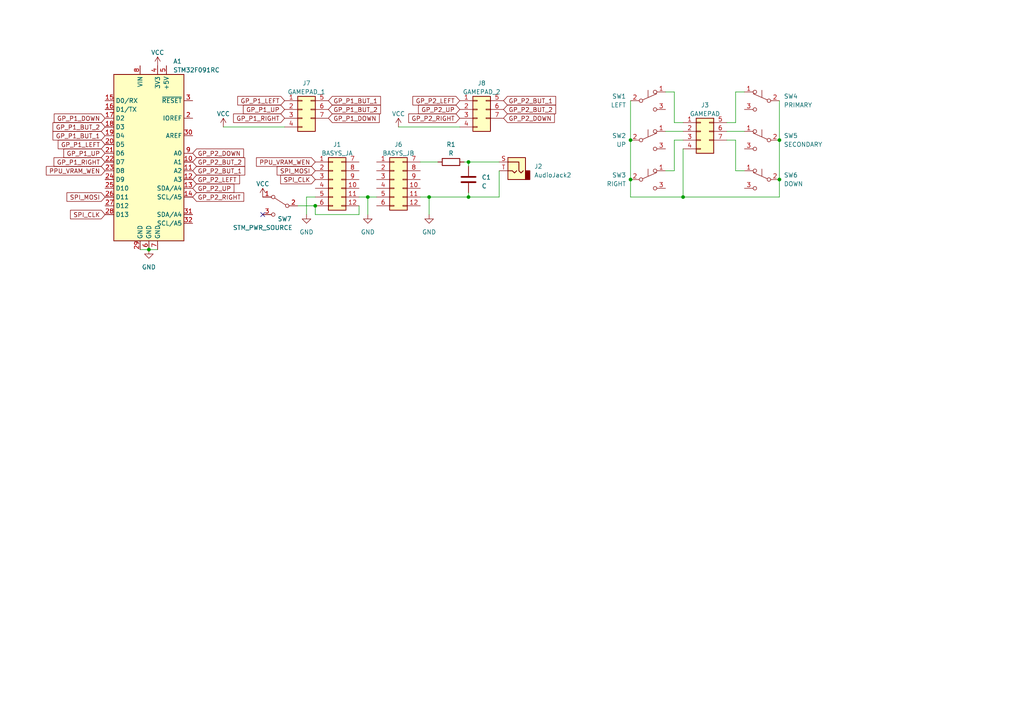
<source format=kicad_sch>
(kicad_sch (version 20230121) (generator eeschema)
  (paper "A4")
  (lib_symbols
    (symbol "Connector_Audio:AudioJack2"
      (property "Reference" "J" (at 0 8.89 0))
      (property "Value" "AudioJack2" (at 0 6.35 0))
      (symbol "AudioJack2_0_1"
        (rectangle (start -3.81 0) (end -2.54 -2.54) (stroke (width 0.254)) (fill (type outline)))
        (rectangle (start -2.54 3.81) (end 2.54 -2.54) (stroke (width 0.254)) (fill (type background)))
        (polyline (pts (xy 0 0) (xy 0.635 -0.635) (xy 1.27 0) (xy 2.54 0)) (stroke (width 0.254)))
        (polyline (pts (xy 2.54 2.54) (xy -0.635 2.54) (xy -0.635 0) (xy -1.27 -0.635) (xy -1.905 0)) (stroke (width 0.254)))
      )
      (symbol "AudioJack2_1_1"
        (pin passive line (at 5.08 2.54 180) (length 2.54) (name "~") (number "S"))
        (pin passive line (at 5.08 0 180) (length 2.54) (name "~") (number "T"))
      )
    )
    (symbol "Connector_Generic:Conn_02x04_Top_Bottom" (pin_names (offset 1.016) hide)
      (property "Reference" "J7" (at 1.27 7.62 0))
      (property "Value" "Conn_02x04_Top_Bottom" (at 1.27 5.08 0))
      (symbol "Conn_02x04_Top_Bottom_1_1"
        (rectangle (start -1.27 -4.953) (end 0 -5.207) (stroke (width 0.1524)))
        (rectangle (start -1.27 -2.413) (end 0 -2.667) (stroke (width 0.1524)))
        (rectangle (start -1.27 0.127) (end 0 -0.127) (stroke (width 0.1524)))
        (rectangle (start -1.27 2.667) (end 0 2.413) (stroke (width 0.1524)))
        (rectangle (start -1.27 3.81) (end 3.81 -6.35) (stroke (width 0.254)) (fill (type background)))
        (rectangle (start 3.81 -2.413) (end 2.54 -2.667) (stroke (width 0.1524)))
        (rectangle (start 3.81 0.127) (end 2.54 -0.127) (stroke (width 0.1524)))
        (rectangle (start 3.81 2.667) (end 2.54 2.413) (stroke (width 0.1524)))
        (pin output line (at -5.08 2.54 0) (length 3.81) (name "UP") (number "1"))
        (pin output line (at -5.08 0 0) (length 3.81) (name "DOWN") (number "2"))
        (pin output line (at -5.08 -2.54 0) (length 3.81) (name "LEFT") (number "3"))
        (pin input line (at -5.08 -5.08 0) (length 3.81) (name "VCC") (number "4"))
        (pin output line (at 7.62 2.54 180) (length 3.81) (name "RIGHT") (number "5"))
        (pin output line (at 7.62 0 180) (length 3.81) (name "PRIMARY") (number "6"))
        (pin output line (at 7.62 -2.54 180) (length 3.81) (name "SECONDARY") (number "7"))
      )
    )
    (symbol "Connector_Generic:Conn_02x06_Top_Bottom" (pin_names (offset 1.016) hide)
      (property "Reference" "J" (at 1.27 7.62 0))
      (property "Value" "Conn_02x06_Top_Bottom" (at 1.27 -10.16 0))
      (symbol "Conn_02x06_Top_Bottom_1_1"
        (rectangle (start -1.27 -7.493) (end 0 -7.747) (stroke (width 0.1524)))
        (rectangle (start -1.27 -4.953) (end 0 -5.207) (stroke (width 0.1524)))
        (rectangle (start -1.27 -2.413) (end 0 -2.667) (stroke (width 0.1524)))
        (rectangle (start -1.27 0.127) (end 0 -0.127) (stroke (width 0.1524)))
        (rectangle (start -1.27 2.667) (end 0 2.413) (stroke (width 0.1524)))
        (rectangle (start -1.27 5.207) (end 0 4.953) (stroke (width 0.1524)))
        (rectangle (start -1.27 6.35) (end 3.81 -8.89) (stroke (width 0.254)) (fill (type background)))
        (rectangle (start 3.81 -7.493) (end 2.54 -7.747) (stroke (width 0.1524)))
        (rectangle (start 3.81 -4.953) (end 2.54 -5.207) (stroke (width 0.1524)))
        (rectangle (start 3.81 -2.413) (end 2.54 -2.667) (stroke (width 0.1524)))
        (rectangle (start 3.81 0.127) (end 2.54 -0.127) (stroke (width 0.1524)))
        (rectangle (start 3.81 2.667) (end 2.54 2.413) (stroke (width 0.1524)))
        (rectangle (start 3.81 5.207) (end 2.54 4.953) (stroke (width 0.1524)))
        (pin passive line (at -5.08 5.08 0) (length 3.81) (name "Pin_1") (number "1"))
        (pin passive line (at 7.62 -2.54 180) (length 3.81) (name "Pin_10") (number "10"))
        (pin passive line (at 7.62 -5.08 180) (length 3.81) (name "Pin_11") (number "11"))
        (pin passive line (at 7.62 -7.62 180) (length 3.81) (name "Pin_12") (number "12"))
        (pin passive line (at -5.08 2.54 0) (length 3.81) (name "Pin_2") (number "2"))
        (pin passive line (at -5.08 0 0) (length 3.81) (name "Pin_3") (number "3"))
        (pin passive line (at -5.08 -2.54 0) (length 3.81) (name "Pin_4") (number "4"))
        (pin passive line (at -5.08 -5.08 0) (length 3.81) (name "Pin_5") (number "5"))
        (pin passive line (at -5.08 -7.62 0) (length 3.81) (name "Pin_6") (number "6"))
        (pin passive line (at 7.62 5.08 180) (length 3.81) (name "Pin_7") (number "7"))
        (pin passive line (at 7.62 2.54 180) (length 3.81) (name "Pin_8") (number "8"))
        (pin passive line (at 7.62 0 180) (length 3.81) (name "Pin_9") (number "9"))
      )
    )
    (symbol "Device:C" (pin_numbers hide) (pin_names (offset 0.254))
      (property "Reference" "C" (at 0.635 2.54 0))
      (property "Value" "C" (at 0.635 -2.54 0))
      (symbol "C_0_1"
        (polyline (pts (xy -2.032 -0.762) (xy 2.032 -0.762)) (stroke (width 0.508)))
        (polyline (pts (xy -2.032 0.762) (xy 2.032 0.762)) (stroke (width 0.508)))
      )
      (symbol "C_1_1"
        (pin passive line (at 0 3.81 270) (length 2.794) (name "~") (number "1"))
        (pin passive line (at 0 -3.81 90) (length 2.794) (name "~") (number "2"))
      )
    )
    (symbol "Device:R" (pin_numbers hide) (pin_names (offset 0))
      (property "Reference" "R" (at 2.032 0 90))
      (property "Value" "R" (at 0 0 90))
      (symbol "R_0_1"
        (rectangle (start -1.016 -2.54) (end 1.016 2.54) (stroke (width 0.254)))
      )
      (symbol "R_1_1"
        (pin passive line (at 0 3.81 270) (length 1.27) (name "~") (number "1"))
        (pin passive line (at 0 -3.81 90) (length 1.27) (name "~") (number "2"))
      )
    )
    (symbol "MCU_Module:Arduino_UNO_R3"
      (property "Reference" "A" (at -10.16 23.495 0))
      (property "Value" "Arduino_UNO_R3" (at 5.08 -26.67 0))
      (symbol "Arduino_UNO_R3_0_1"
        (rectangle (start -10.16 22.86) (end 10.16 -25.4) (stroke (width 0.254)) (fill (type background)))
      )
      (symbol "Arduino_UNO_R3_1_1"
        (pin no_connect line (at -10.16 -20.32 0) (length 2.54) hide (name "NC") (number "1"))
        (pin bidirectional line (at 12.7 -2.54 180) (length 2.54) (name "A1") (number "10"))
        (pin bidirectional line (at 12.7 -5.08 180) (length 2.54) (name "A2") (number "11"))
        (pin bidirectional line (at 12.7 -7.62 180) (length 2.54) (name "A3") (number "12"))
        (pin bidirectional line (at 12.7 -10.16 180) (length 2.54) (name "SDA/A4") (number "13"))
        (pin bidirectional line (at 12.7 -12.7 180) (length 2.54) (name "SCL/A5") (number "14"))
        (pin bidirectional line (at -12.7 15.24 0) (length 2.54) (name "D0/RX") (number "15"))
        (pin bidirectional line (at -12.7 12.7 0) (length 2.54) (name "D1/TX") (number "16"))
        (pin bidirectional line (at -12.7 10.16 0) (length 2.54) (name "D2") (number "17"))
        (pin bidirectional line (at -12.7 7.62 0) (length 2.54) (name "D3") (number "18"))
        (pin bidirectional line (at -12.7 5.08 0) (length 2.54) (name "D4") (number "19"))
        (pin output line (at 12.7 10.16 180) (length 2.54) (name "IOREF") (number "2"))
        (pin bidirectional line (at -12.7 2.54 0) (length 2.54) (name "D5") (number "20"))
        (pin bidirectional line (at -12.7 0 0) (length 2.54) (name "D6") (number "21"))
        (pin bidirectional line (at -12.7 -2.54 0) (length 2.54) (name "D7") (number "22"))
        (pin bidirectional line (at -12.7 -5.08 0) (length 2.54) (name "D8") (number "23"))
        (pin bidirectional line (at -12.7 -7.62 0) (length 2.54) (name "D9") (number "24"))
        (pin bidirectional line (at -12.7 -10.16 0) (length 2.54) (name "D10") (number "25"))
        (pin bidirectional line (at -12.7 -12.7 0) (length 2.54) (name "D11") (number "26"))
        (pin bidirectional line (at -12.7 -15.24 0) (length 2.54) (name "D12") (number "27"))
        (pin bidirectional line (at -12.7 -17.78 0) (length 2.54) (name "D13") (number "28"))
        (pin power_in line (at -2.54 -27.94 90) (length 2.54) (name "GND") (number "29"))
        (pin input line (at 12.7 15.24 180) (length 2.54) (name "~{RESET}") (number "3"))
        (pin input line (at 12.7 5.08 180) (length 2.54) (name "AREF") (number "30"))
        (pin bidirectional line (at 12.7 -17.78 180) (length 2.54) (name "SDA/A4") (number "31"))
        (pin bidirectional line (at 12.7 -20.32 180) (length 2.54) (name "SCL/A5") (number "32"))
        (pin power_out line (at 2.54 25.4 270) (length 2.54) (name "3V3") (number "4"))
        (pin power_out line (at 5.08 25.4 270) (length 2.54) (name "+5V") (number "5"))
        (pin power_in line (at 0 -27.94 90) (length 2.54) (name "GND") (number "6"))
        (pin power_in line (at 2.54 -27.94 90) (length 2.54) (name "GND") (number "7"))
        (pin power_in line (at -2.54 25.4 270) (length 2.54) (name "VIN") (number "8"))
        (pin bidirectional line (at 12.7 0 180) (length 2.54) (name "A0") (number "9"))
      )
    )
    (symbol "Switch:SW_Push_SPDT" (pin_names (offset 0) hide)
      (property "Reference" "SW" (at 0 4.318 0))
      (property "Value" "SW_Push_SPDT" (at 0 -5.08 0))
      (symbol "SW_Push_SPDT_0_0"
        (circle (center -2.032 0) (radius 0.508))
        (polyline (pts (xy 0 1.016) (xy 0 3.048)))
        (circle (center 2.032 -2.54) (radius 0.508))
      )
      (symbol "SW_Push_SPDT_0_1"
        (polyline (pts (xy -1.524 0.254) (xy 2.54 2.032)))
        (circle (center 2.032 2.54) (radius 0.508))
      )
      (symbol "SW_Push_SPDT_1_1"
        (pin passive line (at 5.08 2.54 180) (length 2.54) (name "A") (number "1"))
        (pin passive line (at -5.08 0 0) (length 2.54) (name "B") (number "2"))
        (pin passive line (at 5.08 -2.54 180) (length 2.54) (name "C") (number "3"))
      )
    )
    (symbol "Switch:SW_SPDT" (pin_names (offset 0) hide)
      (property "Reference" "SW" (at 0 4.318 0))
      (property "Value" "SW_SPDT" (at 0 -5.08 0))
      (symbol "SW_SPDT_0_0"
        (circle (center -2.032 0) (radius 0.508))
        (circle (center 2.032 -2.54) (radius 0.508))
      )
      (symbol "SW_SPDT_0_1"
        (polyline (pts (xy -1.524 0.254) (xy 1.651 2.286)))
        (circle (center 2.032 2.54) (radius 0.508))
      )
      (symbol "SW_SPDT_1_1"
        (pin passive line (at 5.08 2.54 180) (length 2.54) (name "A") (number "1"))
        (pin passive line (at -5.08 0 0) (length 2.54) (name "B") (number "2"))
        (pin passive line (at 5.08 -2.54 180) (length 2.54) (name "C") (number "3"))
      )
    )
    (symbol "power:GND" (power) (pin_names (offset 0))
      (property "Value" "GND" (at 0 -3.81 0))
      (symbol "GND_0_1"
        (polyline (pts (xy 0 0) (xy 0 -1.27) (xy 1.27 -1.27) (xy 0 -2.54) (xy -1.27 -1.27) (xy 0 -1.27)))
      )
      (symbol "GND_1_1"
        (pin power_in line (at 0 0 270) (length 0) hide (name "GND") (number "1"))
      )
    )
    (symbol "power:VCC" (power) (pin_names (offset 0))
      (property "Value" "VCC" (at 0 3.81 0))
      (symbol "VCC_0_1"
        (polyline (pts (xy -0.762 1.27) (xy 0 2.54)))
        (polyline (pts (xy 0 0) (xy 0 2.54)))
        (polyline (pts (xy 0 2.54) (xy 0.762 1.27)))
      )
      (symbol "VCC_1_1"
        (pin power_in line (at 0 0 90) (length 0) hide (name "VCC") (number "1"))
      )
    )
  )
  (junction (at 226.06 40.64))
  (junction (at 182.88 52.07))
  (junction (at 106.68 57.15))
  (junction (at 135.89 57.15))
  (junction (at 43.18 72.39))
  (junction (at 91.44 59.69))
  (junction (at 198.12 57.15))
  (junction (at 182.88 40.64))
  (junction (at 135.89 46.99))
  (junction (at 226.06 52.07))
  (junction (at 124.46 57.15))
  (no_connect (at 76.2 62.23))
  (wire (pts (xy 195.58 35.56) (xy 198.12 35.56)))
  (wire (pts (xy 135.89 57.15) (xy 135.89 55.88)))
  (wire (pts (xy 195.58 26.67) (xy 195.58 35.56)))
  (wire (pts (xy 88.9 57.15) (xy 91.44 57.15)))
  (wire (pts (xy 91.44 62.23) (xy 91.44 59.69)))
  (wire (pts (xy 124.46 57.15) (xy 124.46 62.23)))
  (wire (pts (xy 134.62 46.99) (xy 135.89 46.99)))
  (wire (pts (xy 182.88 57.15) (xy 198.12 57.15)))
  (wire (pts (xy 106.68 57.15) (xy 106.68 62.23)))
  (wire (pts (xy 226.06 29.21) (xy 226.06 40.64)))
  (wire (pts (xy 135.89 48.26) (xy 135.89 46.99)))
  (wire (pts (xy 182.88 40.64) (xy 182.88 52.07)))
  (wire (pts (xy 86.36 59.69) (xy 91.44 59.69)))
  (wire (pts (xy 210.82 38.1) (xy 215.9 38.1)))
  (wire (pts (xy 226.06 52.07) (xy 226.06 57.15)))
  (wire (pts (xy 193.04 26.67) (xy 195.58 26.67)))
  (wire (pts (xy 193.04 49.53) (xy 195.58 49.53)))
  (wire (pts (xy 43.18 72.39) (xy 45.72 72.39)))
  (wire (pts (xy 195.58 49.53) (xy 195.58 40.64)))
  (wire (pts (xy 135.89 57.15) (xy 144.78 57.15)))
  (wire (pts (xy 226.06 40.64) (xy 226.06 52.07)))
  (wire (pts (xy 213.36 26.67) (xy 215.9 26.67)))
  (wire (pts (xy 104.14 59.69) (xy 104.14 62.23)))
  (wire (pts (xy 144.78 46.99) (xy 135.89 46.99)))
  (wire (pts (xy 198.12 57.15) (xy 198.12 43.18)))
  (wire (pts (xy 226.06 57.15) (xy 198.12 57.15)))
  (wire (pts (xy 210.82 40.64) (xy 213.36 40.64)))
  (wire (pts (xy 213.36 35.56) (xy 213.36 26.67)))
  (wire (pts (xy 115.57 36.83) (xy 133.35 36.83)))
  (wire (pts (xy 121.92 46.99) (xy 127 46.99)))
  (wire (pts (xy 210.82 35.56) (xy 213.36 35.56)))
  (wire (pts (xy 40.64 72.39) (xy 43.18 72.39)))
  (wire (pts (xy 195.58 40.64) (xy 198.12 40.64)))
  (wire (pts (xy 124.46 57.15) (xy 135.89 57.15)))
  (wire (pts (xy 213.36 40.64) (xy 213.36 49.53)))
  (wire (pts (xy 213.36 49.53) (xy 215.9 49.53)))
  (wire (pts (xy 106.68 57.15) (xy 109.22 57.15)))
  (wire (pts (xy 104.14 62.23) (xy 91.44 62.23)))
  (wire (pts (xy 182.88 29.21) (xy 182.88 40.64)))
  (wire (pts (xy 182.88 52.07) (xy 182.88 57.15)))
  (wire (pts (xy 193.04 38.1) (xy 198.12 38.1)))
  (wire (pts (xy 144.78 57.15) (xy 144.78 49.53)))
  (wire (pts (xy 88.9 57.15) (xy 88.9 62.23)))
  (wire (pts (xy 104.14 57.15) (xy 106.68 57.15)))
  (wire (pts (xy 64.77 36.83) (xy 82.55 36.83)))
  (wire (pts (xy 121.92 57.15) (xy 124.46 57.15)))
  (global_label "GP_P2_LEFT" (shape input) (at 133.35 29.21 180) (property "Intersheetrefs" "${INTERSHEET_REFS}" (effects hide)))
  (global_label "GP_P1_LEFT" (shape input) (at 30.48 41.91 180) (property "Intersheetrefs" "${INTERSHEET_REFS}" (effects hide)))
  (global_label "GP_P1_BUT_2" (shape input) (at 95.25 31.75 0) (property "Intersheetrefs" "${INTERSHEET_REFS}" (effects hide)))
  (global_label "GP_P1_RIGHT" (shape input) (at 30.48 46.99 180) (property "Intersheetrefs" "${INTERSHEET_REFS}" (effects hide)))
  (global_label "GP_P1_DOWN" (shape input) (at 30.48 34.29 180) (property "Intersheetrefs" "${INTERSHEET_REFS}" (effects hide)))
  (global_label "PPU_VRAM_WEN" (shape input) (at 30.48 49.53 180) (property "Intersheetrefs" "${INTERSHEET_REFS}" (effects hide)))
  (global_label "GP_P1_BUT_1" (shape input) (at 30.48 39.37 180) (property "Intersheetrefs" "${INTERSHEET_REFS}" (effects hide)))
  (global_label "GP_P1_RIGHT" (shape input) (at 82.55 34.29 180) (property "Intersheetrefs" "${INTERSHEET_REFS}" (effects hide)))
  (global_label "GP_P2_DOWN" (shape input) (at 55.88 44.45 0) (property "Intersheetrefs" "${INTERSHEET_REFS}" (effects hide)))
  (global_label "GP_P2_RIGHT" (shape input) (at 55.88 57.15 0) (property "Intersheetrefs" "${INTERSHEET_REFS}" (effects hide)))
  (global_label "GP_P2_LEFT" (shape input) (at 55.88 52.07 0) (property "Intersheetrefs" "${INTERSHEET_REFS}" (effects hide)))
  (global_label "GP_P2_UP" (shape input) (at 133.35 31.75 180) (property "Intersheetrefs" "${INTERSHEET_REFS}" (effects hide)))
  (global_label "GP_P1_LEFT" (shape input) (at 82.55 29.21 180) (property "Intersheetrefs" "${INTERSHEET_REFS}" (effects hide)))
  (global_label "GP_P1_UP" (shape input) (at 82.55 31.75 180) (property "Intersheetrefs" "${INTERSHEET_REFS}" (effects hide)))
  (global_label "SPI_CLK" (shape input) (at 91.44 52.07 180) (property "Intersheetrefs" "${INTERSHEET_REFS}" (effects hide)))
  (global_label "GP_P1_BUT_1" (shape input) (at 95.25 29.21 0) (property "Intersheetrefs" "${INTERSHEET_REFS}" (effects hide)))
  (global_label "SPI_MOSI" (shape input) (at 30.48 57.15 180) (property "Intersheetrefs" "${INTERSHEET_REFS}" (effects hide)))
  (global_label "GP_P1_UP" (shape input) (at 30.48 44.45 180) (property "Intersheetrefs" "${INTERSHEET_REFS}" (effects hide)))
  (global_label "GP_P2_DOWN" (shape input) (at 146.05 34.29 0) (property "Intersheetrefs" "${INTERSHEET_REFS}" (effects hide)))
  (global_label "GP_P2_UP" (shape input) (at 55.88 54.61 0) (property "Intersheetrefs" "${INTERSHEET_REFS}" (effects hide)))
  (global_label "GP_P1_DOWN" (shape input) (at 95.25 34.29 0) (property "Intersheetrefs" "${INTERSHEET_REFS}" (effects hide)))
  (global_label "GP_P2_RIGHT" (shape input) (at 133.35 34.29 180) (property "Intersheetrefs" "${INTERSHEET_REFS}" (effects hide)))
  (global_label "GP_P2_BUT_1" (shape input) (at 55.88 49.53 0) (property "Intersheetrefs" "${INTERSHEET_REFS}" (effects hide)))
  (global_label "GP_P1_BUT_2" (shape input) (at 30.48 36.83 180) (property "Intersheetrefs" "${INTERSHEET_REFS}" (effects hide)))
  (global_label "SPI_MOSI" (shape input) (at 91.44 49.53 180) (property "Intersheetrefs" "${INTERSHEET_REFS}" (effects hide)))
  (global_label "PPU_VRAM_WEN" (shape input) (at 91.44 46.99 180) (property "Intersheetrefs" "${INTERSHEET_REFS}" (effects hide)))
  (global_label "SPI_CLK" (shape input) (at 30.48 62.23 180) (property "Intersheetrefs" "${INTERSHEET_REFS}" (effects hide)))
  (global_label "GP_P2_BUT_2" (shape input) (at 55.88 46.99 0) (property "Intersheetrefs" "${INTERSHEET_REFS}" (effects hide)))
  (global_label "GP_P2_BUT_2" (shape input) (at 146.05 31.75 0) (property "Intersheetrefs" "${INTERSHEET_REFS}" (effects hide)))
  (global_label "GP_P2_BUT_1" (shape input) (at 146.05 29.21 0) (property "Intersheetrefs" "${INTERSHEET_REFS}" (effects hide)))
  (symbol (lib_id "power:GND") (at 124.46 62.23 0) (unit 1)
    (property "Reference" "#PWR06" (effects hide))
    (property "Value" "GND" (at 124.46 67.31 0))
  )
  (symbol (lib_id "Switch:SW_SPDT") (at 81.28 59.69 0) (mirror y) (unit 1)
    (property "Reference" "SW7" (at 82.55 63.5 0))
    (property "Value" "STM_PWR_SOURCE" (at 76.2 66.04 0))
    (property "Footprint" "Button_Switch_THT:SW_Slide_1P2T_CK_OS102011MS2Q" (effects hide))
  )
  (symbol (lib_id "Switch:SW_Push_SPDT") (at 220.98 29.21 0) (mirror y) (unit 1)
    (property "Reference" "SW4" (at 227.33 27.94 0) (effects (justify right)))
    (property "Value" "PRIMARY" (at 227.33 30.48 0) (effects (justify right)))
    (property "Footprint" "Button_Switch_THT:SW_PUSH_6mm" (effects hide))
  )
  (symbol (lib_id "power:VCC") (at 115.57 36.83 0) (unit 1)
    (property "Reference" "#PWR02" (effects hide))
    (property "Value" "VCC" (at 115.57 33.02 0))
  )
  (symbol (lib_id "power:VCC") (at 45.72 19.05 0) (unit 1)
    (property "Reference" "#PWR04" (effects hide))
    (property "Value" "VCC" (at 45.72 15.24 0))
  )
  (symbol (lib_id "Connector_Audio:AudioJack2") (at 149.86 49.53 0) (mirror y) (unit 1)
    (property "Reference" "J2" (at 154.94 48.26 0) (effects (justify right)))
    (property "Value" "AudioJack2" (at 154.94 50.8 0) (effects (justify right)))
    (property "Footprint" "Connector_Audio:Jack_3.5mm_CUI_SJ1-3523N_Horizontal" (effects hide))
  )
  (symbol (lib_id "Switch:SW_Push_SPDT") (at 187.96 40.64 0) (unit 1)
    (property "Reference" "SW2" (at 181.61 39.37 0) (effects (justify right)))
    (property "Value" "UP" (at 181.61 41.91 0) (effects (justify right)))
    (property "Footprint" "Button_Switch_THT:SW_PUSH_6mm" (effects hide))
  )
  (symbol (lib_id "Switch:SW_Push_SPDT") (at 187.96 29.21 0) (unit 1)
    (property "Reference" "SW1" (at 181.61 27.94 0) (effects (justify right)))
    (property "Value" "LEFT" (at 181.61 30.48 0) (effects (justify right)))
    (property "Footprint" "Button_Switch_THT:SW_PUSH_6mm" (effects hide))
  )
  (symbol (lib_id "Connector_Generic:Conn_02x04_Top_Bottom") (at 203.2 38.1 0) (unit 1)
    (property "Reference" "J3" (at 204.47 30.48 0))
    (property "Value" "GAMEPAD" (at 204.47 33.02 0))
    (property "Footprint" "Connector_PinHeader_2.54mm:PinHeader_2x04_P2.54mm_Vertical" (effects hide))
  )
  (symbol (lib_id "power:VCC") (at 64.77 36.83 0) (unit 1)
    (property "Reference" "#PWR01" (effects hide))
    (property "Value" "VCC" (at 64.77 33.02 0))
  )
  (symbol (lib_id "power:VCC") (at 76.2 57.15 0) (unit 1)
    (property "Reference" "#PWR08" (effects hide))
    (property "Value" "VCC" (at 76.2 53.34 0))
  )
  (symbol (lib_id "Connector_Generic:Conn_02x06_Top_Bottom") (at 96.52 52.07 0) (unit 1)
    (property "Reference" "J1" (at 97.79 41.91 0))
    (property "Value" "BASYS_JA" (at 97.79 44.45 0))
    (property "Footprint" "Connector_PinHeader_2.54mm:PinHeader_2x06_P2.54mm_Vertical" (effects hide))
  )
  (symbol (lib_id "Device:R") (at 130.81 46.99 90) (unit 1)
    (property "Reference" "R1" (at 130.81 41.91 90))
    (property "Value" "R" (at 130.81 44.45 90))
    (property "Footprint" "Resistor_THT:R_Axial_DIN0207_L6.3mm_D2.5mm_P7.62mm_Horizontal" (effects hide))
  )
  (symbol (lib_id "power:GND") (at 106.68 62.23 0) (unit 1)
    (property "Reference" "#PWR07" (effects hide))
    (property "Value" "GND" (at 106.68 67.31 0))
  )
  (symbol (lib_id "Device:C") (at 135.89 52.07 0) (unit 1)
    (property "Reference" "C1" (at 139.7 51.435 0) (effects (justify left)))
    (property "Value" "C" (at 139.7 53.975 0) (effects (justify left)))
    (property "Footprint" "Capacitor_THT:C_Disc_D6.0mm_W2.5mm_P5.00mm" (effects hide))
  )
  (symbol (lib_id "Switch:SW_Push_SPDT") (at 220.98 40.64 0) (mirror y) (unit 1)
    (property "Reference" "SW5" (at 227.33 39.37 0) (effects (justify right)))
    (property "Value" "SECONDARY" (at 227.33 41.91 0) (effects (justify right)))
    (property "Footprint" "Button_Switch_THT:SW_PUSH_6mm" (effects hide))
  )
  (symbol (lib_id "power:GND") (at 43.18 72.39 0) (unit 1)
    (property "Reference" "#PWR03" (effects hide))
    (property "Value" "GND" (at 43.18 77.47 0))
  )
  (symbol (lib_id "Switch:SW_Push_SPDT") (at 187.96 52.07 0) (unit 1)
    (property "Reference" "SW3" (at 181.61 50.8 0) (effects (justify right)))
    (property "Value" "RIGHT" (at 181.61 53.34 0) (effects (justify right)))
    (property "Footprint" "Button_Switch_THT:SW_PUSH_6mm" (effects hide))
  )
  (symbol (lib_id "Connector_Generic:Conn_02x04_Top_Bottom") (at 87.63 31.75 0) (unit 1)
    (property "Reference" "J7" (at 88.9 24.13 0))
    (property "Value" "GAMEPAD_1" (at 88.9 26.67 0))
    (property "Footprint" "Connector_PinHeader_2.54mm:PinHeader_2x04_P2.54mm_Vertical" (effects hide))
  )
  (symbol (lib_id "Connector_Generic:Conn_02x04_Top_Bottom") (at 138.43 31.75 0) (unit 1)
    (property "Reference" "J8" (at 139.7 24.13 0))
    (property "Value" "GAMEPAD_2" (at 139.7 26.67 0))
    (property "Footprint" "Connector_PinHeader_2.54mm:PinHeader_2x04_P2.54mm_Vertical" (effects hide))
  )
  (symbol (lib_id "Switch:SW_Push_SPDT") (at 220.98 52.07 0) (mirror y) (unit 1)
    (property "Reference" "SW6" (at 227.33 50.8 0) (effects (justify right)))
    (property "Value" "DOWN" (at 227.33 53.34 0) (effects (justify right)))
    (property "Footprint" "Button_Switch_THT:SW_PUSH_6mm" (effects hide))
  )
  (symbol (lib_id "MCU_Module:Arduino_UNO_R3") (at 43.18 44.45 0) (unit 1)
    (property "Reference" "A1" (at 50.2159 17.78 0) (effects (justify left)))
    (property "Value" "STM32F091RC" (at 50.2159 20.32 0) (effects (justify left)))
    (property "Footprint" "Module:Arduino_UNO_R3" (effects hide))
  )
  (symbol (lib_id "power:GND") (at 88.9 62.23 0) (unit 1)
    (property "Reference" "#PWR05" (effects hide))
    (property "Value" "GND" (at 88.9 67.31 0))
  )
  (symbol (lib_id "Connector_Generic:Conn_02x06_Top_Bottom") (at 114.3 52.07 0) (unit 1)
    (property "Reference" "J6" (at 115.57 41.91 0))
    (property "Value" "BASYS_JB" (at 115.57 44.45 0))
    (property "Footprint" "Connector_PinHeader_2.54mm:PinHeader_2x06_P2.54mm_Vertical" (effects hide))
  )
)
</source>
